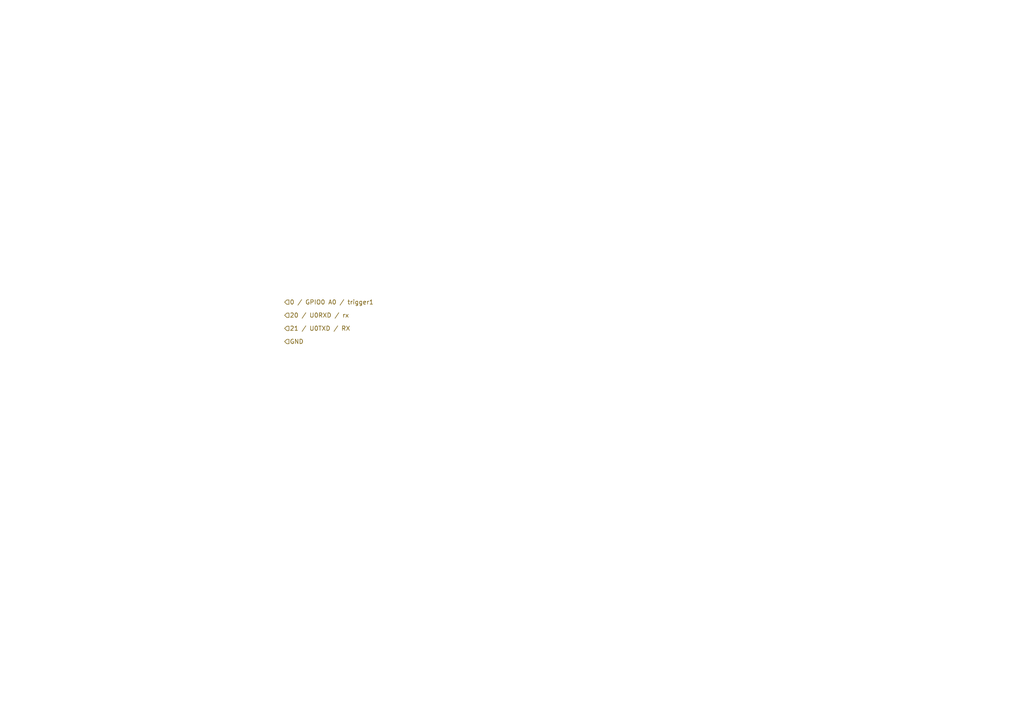
<source format=kicad_sch>
(kicad_sch
	(version 20231120)
	(generator "eeschema")
	(generator_version "8.0")
	(uuid "db8a53cf-8ef2-4165-badc-ac5c3dcdbbbb")
	(paper "A4")
	(title_block
		(date "2024-07-16")
		(company "Hans Märki, Märki Informatik")
		(comment 1 "The MIT License (MIT)")
	)
	(lib_symbols)
	(hierarchical_label "20 {slash} U0RXD {slash} rx"
		(shape input)
		(at 82.55 91.44 0)
		(fields_autoplaced yes)
		(effects
			(font
				(size 1.27 1.27)
			)
			(justify left)
		)
		(uuid "034779d9-29a6-449b-ab28-2cff69e21304")
	)
	(hierarchical_label "GND"
		(shape input)
		(at 82.55 99.06 0)
		(fields_autoplaced yes)
		(effects
			(font
				(size 1.27 1.27)
			)
			(justify left)
		)
		(uuid "06ab8b17-c692-402f-9380-e576860b1a63")
	)
	(hierarchical_label "21 {slash} U0TXD {slash} RX"
		(shape input)
		(at 82.55 95.25 0)
		(fields_autoplaced yes)
		(effects
			(font
				(size 1.27 1.27)
			)
			(justify left)
		)
		(uuid "49e33acb-69ea-4b30-92fe-4b9d4adaa2a7")
	)
	(hierarchical_label "0 {slash} GPIO0 A0 {slash} trigger1"
		(shape input)
		(at 82.55 87.63 0)
		(fields_autoplaced yes)
		(effects
			(font
				(size 1.27 1.27)
			)
			(justify left)
		)
		(uuid "5b54f01c-d3ad-489b-b65b-e5a8e319f019")
	)
)

</source>
